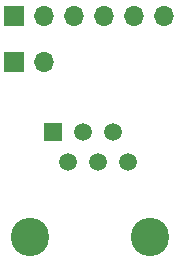
<source format=gbr>
%TF.GenerationSoftware,KiCad,Pcbnew,6.0.2+dfsg-1*%
%TF.CreationDate,2022-09-01T21:53:16+02:00*%
%TF.ProjectId,p1-interface,70312d69-6e74-4657-9266-6163652e6b69,rev?*%
%TF.SameCoordinates,Original*%
%TF.FileFunction,Soldermask,Bot*%
%TF.FilePolarity,Negative*%
%FSLAX46Y46*%
G04 Gerber Fmt 4.6, Leading zero omitted, Abs format (unit mm)*
G04 Created by KiCad (PCBNEW 6.0.2+dfsg-1) date 2022-09-01 21:53:16*
%MOMM*%
%LPD*%
G01*
G04 APERTURE LIST*
%ADD10R,1.700000X1.700000*%
%ADD11O,1.700000X1.700000*%
%ADD12C,3.250000*%
%ADD13R,1.520000X1.520000*%
%ADD14C,1.520000*%
G04 APERTURE END LIST*
D10*
%TO.C,J3*%
X128750000Y-66600000D03*
D11*
X131290000Y-66600000D03*
%TD*%
D10*
%TO.C,J2*%
X128750000Y-62750000D03*
D11*
X131290000Y-62750000D03*
X133830000Y-62750000D03*
X136370000Y-62750000D03*
X138910000Y-62750000D03*
X141450000Y-62750000D03*
%TD*%
D12*
%TO.C,J1*%
X130120000Y-81420000D03*
X140280000Y-81420000D03*
D13*
X132030000Y-72530000D03*
D14*
X133300000Y-75070000D03*
X134570000Y-72530000D03*
X135840000Y-75070000D03*
X137110000Y-72530000D03*
X138380000Y-75070000D03*
%TD*%
M02*

</source>
